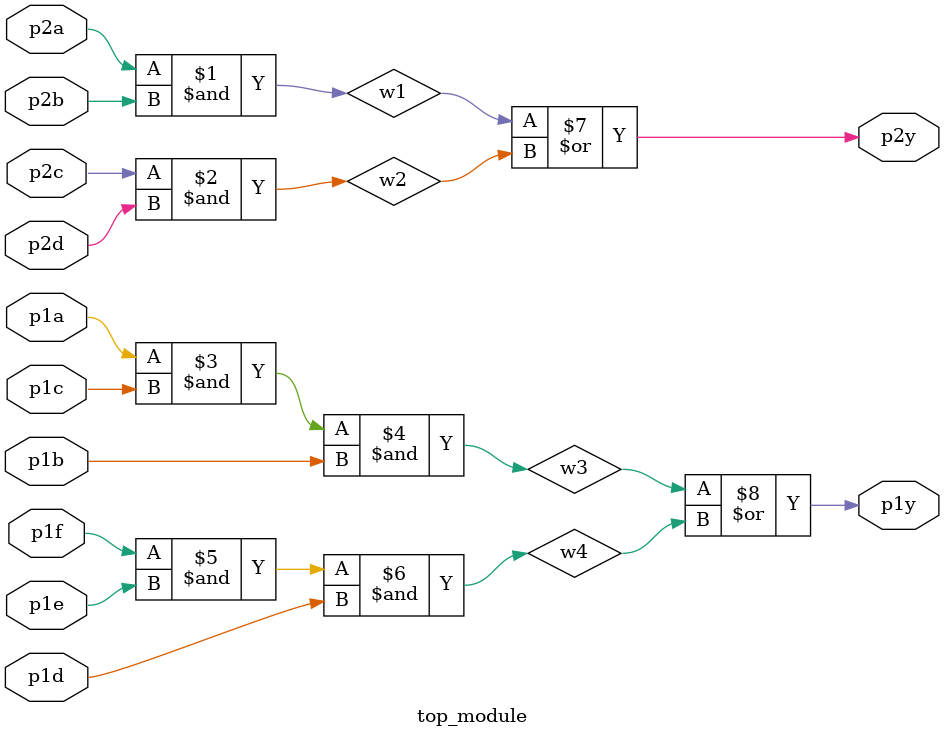
<source format=v>
module top_module ( 
    input p1a, p1b, p1c, p1d, p1e, p1f,
    output p1y,
    input p2a, p2b, p2c, p2d,
    output p2y );
	
    wire w1, w2, w3, w4;
    
	assign w1 = p2a & p2b;
    assign w2 = p2c & p2d;
    assign w3 = p1a & p1c & p1b;
    assign w4 = p1f & p1e & p1d;
    
    assign p2y = w1 | w2;
    assign p1y = w3 | w4;   
    
endmodule
</source>
